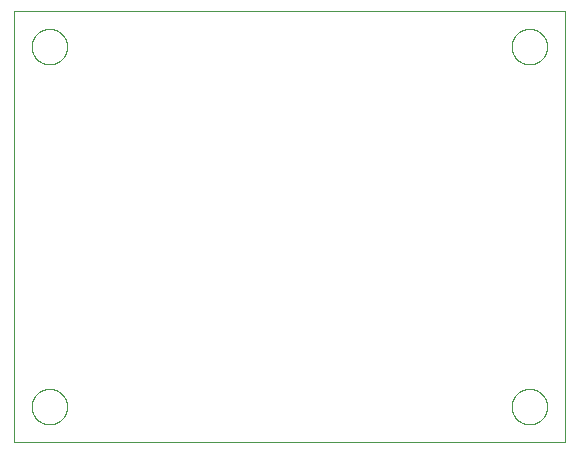
<source format=gbr>
G04 EAGLE Gerber RS-274X export*
G75*
%MOMM*%
%FSLAX34Y34*%
%LPD*%
%IN*%
%IPPOS*%
%AMOC8*
5,1,8,0,0,1.08239X$1,22.5*%
G01*
%ADD10C,0.025400*%
%ADD11C,0.000000*%


D10*
X0Y0D02*
X466400Y0D01*
X466400Y364800D01*
X0Y364800D01*
X0Y0D01*
D11*
X15000Y30000D02*
X15005Y30368D01*
X15018Y30736D01*
X15041Y31103D01*
X15072Y31470D01*
X15113Y31836D01*
X15162Y32201D01*
X15221Y32564D01*
X15288Y32926D01*
X15364Y33287D01*
X15450Y33645D01*
X15543Y34001D01*
X15646Y34354D01*
X15757Y34705D01*
X15877Y35053D01*
X16005Y35398D01*
X16142Y35740D01*
X16287Y36079D01*
X16440Y36413D01*
X16602Y36744D01*
X16771Y37071D01*
X16949Y37393D01*
X17134Y37712D01*
X17327Y38025D01*
X17528Y38334D01*
X17736Y38637D01*
X17952Y38935D01*
X18175Y39228D01*
X18405Y39516D01*
X18642Y39798D01*
X18886Y40073D01*
X19136Y40343D01*
X19393Y40607D01*
X19657Y40864D01*
X19927Y41114D01*
X20202Y41358D01*
X20484Y41595D01*
X20772Y41825D01*
X21065Y42048D01*
X21363Y42264D01*
X21666Y42472D01*
X21975Y42673D01*
X22288Y42866D01*
X22607Y43051D01*
X22929Y43229D01*
X23256Y43398D01*
X23587Y43560D01*
X23921Y43713D01*
X24260Y43858D01*
X24602Y43995D01*
X24947Y44123D01*
X25295Y44243D01*
X25646Y44354D01*
X25999Y44457D01*
X26355Y44550D01*
X26713Y44636D01*
X27074Y44712D01*
X27436Y44779D01*
X27799Y44838D01*
X28164Y44887D01*
X28530Y44928D01*
X28897Y44959D01*
X29264Y44982D01*
X29632Y44995D01*
X30000Y45000D01*
X30368Y44995D01*
X30736Y44982D01*
X31103Y44959D01*
X31470Y44928D01*
X31836Y44887D01*
X32201Y44838D01*
X32564Y44779D01*
X32926Y44712D01*
X33287Y44636D01*
X33645Y44550D01*
X34001Y44457D01*
X34354Y44354D01*
X34705Y44243D01*
X35053Y44123D01*
X35398Y43995D01*
X35740Y43858D01*
X36079Y43713D01*
X36413Y43560D01*
X36744Y43398D01*
X37071Y43229D01*
X37393Y43051D01*
X37712Y42866D01*
X38025Y42673D01*
X38334Y42472D01*
X38637Y42264D01*
X38935Y42048D01*
X39228Y41825D01*
X39516Y41595D01*
X39798Y41358D01*
X40073Y41114D01*
X40343Y40864D01*
X40607Y40607D01*
X40864Y40343D01*
X41114Y40073D01*
X41358Y39798D01*
X41595Y39516D01*
X41825Y39228D01*
X42048Y38935D01*
X42264Y38637D01*
X42472Y38334D01*
X42673Y38025D01*
X42866Y37712D01*
X43051Y37393D01*
X43229Y37071D01*
X43398Y36744D01*
X43560Y36413D01*
X43713Y36079D01*
X43858Y35740D01*
X43995Y35398D01*
X44123Y35053D01*
X44243Y34705D01*
X44354Y34354D01*
X44457Y34001D01*
X44550Y33645D01*
X44636Y33287D01*
X44712Y32926D01*
X44779Y32564D01*
X44838Y32201D01*
X44887Y31836D01*
X44928Y31470D01*
X44959Y31103D01*
X44982Y30736D01*
X44995Y30368D01*
X45000Y30000D01*
X44995Y29632D01*
X44982Y29264D01*
X44959Y28897D01*
X44928Y28530D01*
X44887Y28164D01*
X44838Y27799D01*
X44779Y27436D01*
X44712Y27074D01*
X44636Y26713D01*
X44550Y26355D01*
X44457Y25999D01*
X44354Y25646D01*
X44243Y25295D01*
X44123Y24947D01*
X43995Y24602D01*
X43858Y24260D01*
X43713Y23921D01*
X43560Y23587D01*
X43398Y23256D01*
X43229Y22929D01*
X43051Y22607D01*
X42866Y22288D01*
X42673Y21975D01*
X42472Y21666D01*
X42264Y21363D01*
X42048Y21065D01*
X41825Y20772D01*
X41595Y20484D01*
X41358Y20202D01*
X41114Y19927D01*
X40864Y19657D01*
X40607Y19393D01*
X40343Y19136D01*
X40073Y18886D01*
X39798Y18642D01*
X39516Y18405D01*
X39228Y18175D01*
X38935Y17952D01*
X38637Y17736D01*
X38334Y17528D01*
X38025Y17327D01*
X37712Y17134D01*
X37393Y16949D01*
X37071Y16771D01*
X36744Y16602D01*
X36413Y16440D01*
X36079Y16287D01*
X35740Y16142D01*
X35398Y16005D01*
X35053Y15877D01*
X34705Y15757D01*
X34354Y15646D01*
X34001Y15543D01*
X33645Y15450D01*
X33287Y15364D01*
X32926Y15288D01*
X32564Y15221D01*
X32201Y15162D01*
X31836Y15113D01*
X31470Y15072D01*
X31103Y15041D01*
X30736Y15018D01*
X30368Y15005D01*
X30000Y15000D01*
X29632Y15005D01*
X29264Y15018D01*
X28897Y15041D01*
X28530Y15072D01*
X28164Y15113D01*
X27799Y15162D01*
X27436Y15221D01*
X27074Y15288D01*
X26713Y15364D01*
X26355Y15450D01*
X25999Y15543D01*
X25646Y15646D01*
X25295Y15757D01*
X24947Y15877D01*
X24602Y16005D01*
X24260Y16142D01*
X23921Y16287D01*
X23587Y16440D01*
X23256Y16602D01*
X22929Y16771D01*
X22607Y16949D01*
X22288Y17134D01*
X21975Y17327D01*
X21666Y17528D01*
X21363Y17736D01*
X21065Y17952D01*
X20772Y18175D01*
X20484Y18405D01*
X20202Y18642D01*
X19927Y18886D01*
X19657Y19136D01*
X19393Y19393D01*
X19136Y19657D01*
X18886Y19927D01*
X18642Y20202D01*
X18405Y20484D01*
X18175Y20772D01*
X17952Y21065D01*
X17736Y21363D01*
X17528Y21666D01*
X17327Y21975D01*
X17134Y22288D01*
X16949Y22607D01*
X16771Y22929D01*
X16602Y23256D01*
X16440Y23587D01*
X16287Y23921D01*
X16142Y24260D01*
X16005Y24602D01*
X15877Y24947D01*
X15757Y25295D01*
X15646Y25646D01*
X15543Y25999D01*
X15450Y26355D01*
X15364Y26713D01*
X15288Y27074D01*
X15221Y27436D01*
X15162Y27799D01*
X15113Y28164D01*
X15072Y28530D01*
X15041Y28897D01*
X15018Y29264D01*
X15005Y29632D01*
X15000Y30000D01*
X15000Y334800D02*
X15005Y335168D01*
X15018Y335536D01*
X15041Y335903D01*
X15072Y336270D01*
X15113Y336636D01*
X15162Y337001D01*
X15221Y337364D01*
X15288Y337726D01*
X15364Y338087D01*
X15450Y338445D01*
X15543Y338801D01*
X15646Y339154D01*
X15757Y339505D01*
X15877Y339853D01*
X16005Y340198D01*
X16142Y340540D01*
X16287Y340879D01*
X16440Y341213D01*
X16602Y341544D01*
X16771Y341871D01*
X16949Y342193D01*
X17134Y342512D01*
X17327Y342825D01*
X17528Y343134D01*
X17736Y343437D01*
X17952Y343735D01*
X18175Y344028D01*
X18405Y344316D01*
X18642Y344598D01*
X18886Y344873D01*
X19136Y345143D01*
X19393Y345407D01*
X19657Y345664D01*
X19927Y345914D01*
X20202Y346158D01*
X20484Y346395D01*
X20772Y346625D01*
X21065Y346848D01*
X21363Y347064D01*
X21666Y347272D01*
X21975Y347473D01*
X22288Y347666D01*
X22607Y347851D01*
X22929Y348029D01*
X23256Y348198D01*
X23587Y348360D01*
X23921Y348513D01*
X24260Y348658D01*
X24602Y348795D01*
X24947Y348923D01*
X25295Y349043D01*
X25646Y349154D01*
X25999Y349257D01*
X26355Y349350D01*
X26713Y349436D01*
X27074Y349512D01*
X27436Y349579D01*
X27799Y349638D01*
X28164Y349687D01*
X28530Y349728D01*
X28897Y349759D01*
X29264Y349782D01*
X29632Y349795D01*
X30000Y349800D01*
X30368Y349795D01*
X30736Y349782D01*
X31103Y349759D01*
X31470Y349728D01*
X31836Y349687D01*
X32201Y349638D01*
X32564Y349579D01*
X32926Y349512D01*
X33287Y349436D01*
X33645Y349350D01*
X34001Y349257D01*
X34354Y349154D01*
X34705Y349043D01*
X35053Y348923D01*
X35398Y348795D01*
X35740Y348658D01*
X36079Y348513D01*
X36413Y348360D01*
X36744Y348198D01*
X37071Y348029D01*
X37393Y347851D01*
X37712Y347666D01*
X38025Y347473D01*
X38334Y347272D01*
X38637Y347064D01*
X38935Y346848D01*
X39228Y346625D01*
X39516Y346395D01*
X39798Y346158D01*
X40073Y345914D01*
X40343Y345664D01*
X40607Y345407D01*
X40864Y345143D01*
X41114Y344873D01*
X41358Y344598D01*
X41595Y344316D01*
X41825Y344028D01*
X42048Y343735D01*
X42264Y343437D01*
X42472Y343134D01*
X42673Y342825D01*
X42866Y342512D01*
X43051Y342193D01*
X43229Y341871D01*
X43398Y341544D01*
X43560Y341213D01*
X43713Y340879D01*
X43858Y340540D01*
X43995Y340198D01*
X44123Y339853D01*
X44243Y339505D01*
X44354Y339154D01*
X44457Y338801D01*
X44550Y338445D01*
X44636Y338087D01*
X44712Y337726D01*
X44779Y337364D01*
X44838Y337001D01*
X44887Y336636D01*
X44928Y336270D01*
X44959Y335903D01*
X44982Y335536D01*
X44995Y335168D01*
X45000Y334800D01*
X44995Y334432D01*
X44982Y334064D01*
X44959Y333697D01*
X44928Y333330D01*
X44887Y332964D01*
X44838Y332599D01*
X44779Y332236D01*
X44712Y331874D01*
X44636Y331513D01*
X44550Y331155D01*
X44457Y330799D01*
X44354Y330446D01*
X44243Y330095D01*
X44123Y329747D01*
X43995Y329402D01*
X43858Y329060D01*
X43713Y328721D01*
X43560Y328387D01*
X43398Y328056D01*
X43229Y327729D01*
X43051Y327407D01*
X42866Y327088D01*
X42673Y326775D01*
X42472Y326466D01*
X42264Y326163D01*
X42048Y325865D01*
X41825Y325572D01*
X41595Y325284D01*
X41358Y325002D01*
X41114Y324727D01*
X40864Y324457D01*
X40607Y324193D01*
X40343Y323936D01*
X40073Y323686D01*
X39798Y323442D01*
X39516Y323205D01*
X39228Y322975D01*
X38935Y322752D01*
X38637Y322536D01*
X38334Y322328D01*
X38025Y322127D01*
X37712Y321934D01*
X37393Y321749D01*
X37071Y321571D01*
X36744Y321402D01*
X36413Y321240D01*
X36079Y321087D01*
X35740Y320942D01*
X35398Y320805D01*
X35053Y320677D01*
X34705Y320557D01*
X34354Y320446D01*
X34001Y320343D01*
X33645Y320250D01*
X33287Y320164D01*
X32926Y320088D01*
X32564Y320021D01*
X32201Y319962D01*
X31836Y319913D01*
X31470Y319872D01*
X31103Y319841D01*
X30736Y319818D01*
X30368Y319805D01*
X30000Y319800D01*
X29632Y319805D01*
X29264Y319818D01*
X28897Y319841D01*
X28530Y319872D01*
X28164Y319913D01*
X27799Y319962D01*
X27436Y320021D01*
X27074Y320088D01*
X26713Y320164D01*
X26355Y320250D01*
X25999Y320343D01*
X25646Y320446D01*
X25295Y320557D01*
X24947Y320677D01*
X24602Y320805D01*
X24260Y320942D01*
X23921Y321087D01*
X23587Y321240D01*
X23256Y321402D01*
X22929Y321571D01*
X22607Y321749D01*
X22288Y321934D01*
X21975Y322127D01*
X21666Y322328D01*
X21363Y322536D01*
X21065Y322752D01*
X20772Y322975D01*
X20484Y323205D01*
X20202Y323442D01*
X19927Y323686D01*
X19657Y323936D01*
X19393Y324193D01*
X19136Y324457D01*
X18886Y324727D01*
X18642Y325002D01*
X18405Y325284D01*
X18175Y325572D01*
X17952Y325865D01*
X17736Y326163D01*
X17528Y326466D01*
X17327Y326775D01*
X17134Y327088D01*
X16949Y327407D01*
X16771Y327729D01*
X16602Y328056D01*
X16440Y328387D01*
X16287Y328721D01*
X16142Y329060D01*
X16005Y329402D01*
X15877Y329747D01*
X15757Y330095D01*
X15646Y330446D01*
X15543Y330799D01*
X15450Y331155D01*
X15364Y331513D01*
X15288Y331874D01*
X15221Y332236D01*
X15162Y332599D01*
X15113Y332964D01*
X15072Y333330D01*
X15041Y333697D01*
X15018Y334064D01*
X15005Y334432D01*
X15000Y334800D01*
X421400Y334800D02*
X421405Y335168D01*
X421418Y335536D01*
X421441Y335903D01*
X421472Y336270D01*
X421513Y336636D01*
X421562Y337001D01*
X421621Y337364D01*
X421688Y337726D01*
X421764Y338087D01*
X421850Y338445D01*
X421943Y338801D01*
X422046Y339154D01*
X422157Y339505D01*
X422277Y339853D01*
X422405Y340198D01*
X422542Y340540D01*
X422687Y340879D01*
X422840Y341213D01*
X423002Y341544D01*
X423171Y341871D01*
X423349Y342193D01*
X423534Y342512D01*
X423727Y342825D01*
X423928Y343134D01*
X424136Y343437D01*
X424352Y343735D01*
X424575Y344028D01*
X424805Y344316D01*
X425042Y344598D01*
X425286Y344873D01*
X425536Y345143D01*
X425793Y345407D01*
X426057Y345664D01*
X426327Y345914D01*
X426602Y346158D01*
X426884Y346395D01*
X427172Y346625D01*
X427465Y346848D01*
X427763Y347064D01*
X428066Y347272D01*
X428375Y347473D01*
X428688Y347666D01*
X429007Y347851D01*
X429329Y348029D01*
X429656Y348198D01*
X429987Y348360D01*
X430321Y348513D01*
X430660Y348658D01*
X431002Y348795D01*
X431347Y348923D01*
X431695Y349043D01*
X432046Y349154D01*
X432399Y349257D01*
X432755Y349350D01*
X433113Y349436D01*
X433474Y349512D01*
X433836Y349579D01*
X434199Y349638D01*
X434564Y349687D01*
X434930Y349728D01*
X435297Y349759D01*
X435664Y349782D01*
X436032Y349795D01*
X436400Y349800D01*
X436768Y349795D01*
X437136Y349782D01*
X437503Y349759D01*
X437870Y349728D01*
X438236Y349687D01*
X438601Y349638D01*
X438964Y349579D01*
X439326Y349512D01*
X439687Y349436D01*
X440045Y349350D01*
X440401Y349257D01*
X440754Y349154D01*
X441105Y349043D01*
X441453Y348923D01*
X441798Y348795D01*
X442140Y348658D01*
X442479Y348513D01*
X442813Y348360D01*
X443144Y348198D01*
X443471Y348029D01*
X443793Y347851D01*
X444112Y347666D01*
X444425Y347473D01*
X444734Y347272D01*
X445037Y347064D01*
X445335Y346848D01*
X445628Y346625D01*
X445916Y346395D01*
X446198Y346158D01*
X446473Y345914D01*
X446743Y345664D01*
X447007Y345407D01*
X447264Y345143D01*
X447514Y344873D01*
X447758Y344598D01*
X447995Y344316D01*
X448225Y344028D01*
X448448Y343735D01*
X448664Y343437D01*
X448872Y343134D01*
X449073Y342825D01*
X449266Y342512D01*
X449451Y342193D01*
X449629Y341871D01*
X449798Y341544D01*
X449960Y341213D01*
X450113Y340879D01*
X450258Y340540D01*
X450395Y340198D01*
X450523Y339853D01*
X450643Y339505D01*
X450754Y339154D01*
X450857Y338801D01*
X450950Y338445D01*
X451036Y338087D01*
X451112Y337726D01*
X451179Y337364D01*
X451238Y337001D01*
X451287Y336636D01*
X451328Y336270D01*
X451359Y335903D01*
X451382Y335536D01*
X451395Y335168D01*
X451400Y334800D01*
X451395Y334432D01*
X451382Y334064D01*
X451359Y333697D01*
X451328Y333330D01*
X451287Y332964D01*
X451238Y332599D01*
X451179Y332236D01*
X451112Y331874D01*
X451036Y331513D01*
X450950Y331155D01*
X450857Y330799D01*
X450754Y330446D01*
X450643Y330095D01*
X450523Y329747D01*
X450395Y329402D01*
X450258Y329060D01*
X450113Y328721D01*
X449960Y328387D01*
X449798Y328056D01*
X449629Y327729D01*
X449451Y327407D01*
X449266Y327088D01*
X449073Y326775D01*
X448872Y326466D01*
X448664Y326163D01*
X448448Y325865D01*
X448225Y325572D01*
X447995Y325284D01*
X447758Y325002D01*
X447514Y324727D01*
X447264Y324457D01*
X447007Y324193D01*
X446743Y323936D01*
X446473Y323686D01*
X446198Y323442D01*
X445916Y323205D01*
X445628Y322975D01*
X445335Y322752D01*
X445037Y322536D01*
X444734Y322328D01*
X444425Y322127D01*
X444112Y321934D01*
X443793Y321749D01*
X443471Y321571D01*
X443144Y321402D01*
X442813Y321240D01*
X442479Y321087D01*
X442140Y320942D01*
X441798Y320805D01*
X441453Y320677D01*
X441105Y320557D01*
X440754Y320446D01*
X440401Y320343D01*
X440045Y320250D01*
X439687Y320164D01*
X439326Y320088D01*
X438964Y320021D01*
X438601Y319962D01*
X438236Y319913D01*
X437870Y319872D01*
X437503Y319841D01*
X437136Y319818D01*
X436768Y319805D01*
X436400Y319800D01*
X436032Y319805D01*
X435664Y319818D01*
X435297Y319841D01*
X434930Y319872D01*
X434564Y319913D01*
X434199Y319962D01*
X433836Y320021D01*
X433474Y320088D01*
X433113Y320164D01*
X432755Y320250D01*
X432399Y320343D01*
X432046Y320446D01*
X431695Y320557D01*
X431347Y320677D01*
X431002Y320805D01*
X430660Y320942D01*
X430321Y321087D01*
X429987Y321240D01*
X429656Y321402D01*
X429329Y321571D01*
X429007Y321749D01*
X428688Y321934D01*
X428375Y322127D01*
X428066Y322328D01*
X427763Y322536D01*
X427465Y322752D01*
X427172Y322975D01*
X426884Y323205D01*
X426602Y323442D01*
X426327Y323686D01*
X426057Y323936D01*
X425793Y324193D01*
X425536Y324457D01*
X425286Y324727D01*
X425042Y325002D01*
X424805Y325284D01*
X424575Y325572D01*
X424352Y325865D01*
X424136Y326163D01*
X423928Y326466D01*
X423727Y326775D01*
X423534Y327088D01*
X423349Y327407D01*
X423171Y327729D01*
X423002Y328056D01*
X422840Y328387D01*
X422687Y328721D01*
X422542Y329060D01*
X422405Y329402D01*
X422277Y329747D01*
X422157Y330095D01*
X422046Y330446D01*
X421943Y330799D01*
X421850Y331155D01*
X421764Y331513D01*
X421688Y331874D01*
X421621Y332236D01*
X421562Y332599D01*
X421513Y332964D01*
X421472Y333330D01*
X421441Y333697D01*
X421418Y334064D01*
X421405Y334432D01*
X421400Y334800D01*
X421400Y30000D02*
X421405Y30368D01*
X421418Y30736D01*
X421441Y31103D01*
X421472Y31470D01*
X421513Y31836D01*
X421562Y32201D01*
X421621Y32564D01*
X421688Y32926D01*
X421764Y33287D01*
X421850Y33645D01*
X421943Y34001D01*
X422046Y34354D01*
X422157Y34705D01*
X422277Y35053D01*
X422405Y35398D01*
X422542Y35740D01*
X422687Y36079D01*
X422840Y36413D01*
X423002Y36744D01*
X423171Y37071D01*
X423349Y37393D01*
X423534Y37712D01*
X423727Y38025D01*
X423928Y38334D01*
X424136Y38637D01*
X424352Y38935D01*
X424575Y39228D01*
X424805Y39516D01*
X425042Y39798D01*
X425286Y40073D01*
X425536Y40343D01*
X425793Y40607D01*
X426057Y40864D01*
X426327Y41114D01*
X426602Y41358D01*
X426884Y41595D01*
X427172Y41825D01*
X427465Y42048D01*
X427763Y42264D01*
X428066Y42472D01*
X428375Y42673D01*
X428688Y42866D01*
X429007Y43051D01*
X429329Y43229D01*
X429656Y43398D01*
X429987Y43560D01*
X430321Y43713D01*
X430660Y43858D01*
X431002Y43995D01*
X431347Y44123D01*
X431695Y44243D01*
X432046Y44354D01*
X432399Y44457D01*
X432755Y44550D01*
X433113Y44636D01*
X433474Y44712D01*
X433836Y44779D01*
X434199Y44838D01*
X434564Y44887D01*
X434930Y44928D01*
X435297Y44959D01*
X435664Y44982D01*
X436032Y44995D01*
X436400Y45000D01*
X436768Y44995D01*
X437136Y44982D01*
X437503Y44959D01*
X437870Y44928D01*
X438236Y44887D01*
X438601Y44838D01*
X438964Y44779D01*
X439326Y44712D01*
X439687Y44636D01*
X440045Y44550D01*
X440401Y44457D01*
X440754Y44354D01*
X441105Y44243D01*
X441453Y44123D01*
X441798Y43995D01*
X442140Y43858D01*
X442479Y43713D01*
X442813Y43560D01*
X443144Y43398D01*
X443471Y43229D01*
X443793Y43051D01*
X444112Y42866D01*
X444425Y42673D01*
X444734Y42472D01*
X445037Y42264D01*
X445335Y42048D01*
X445628Y41825D01*
X445916Y41595D01*
X446198Y41358D01*
X446473Y41114D01*
X446743Y40864D01*
X447007Y40607D01*
X447264Y40343D01*
X447514Y40073D01*
X447758Y39798D01*
X447995Y39516D01*
X448225Y39228D01*
X448448Y38935D01*
X448664Y38637D01*
X448872Y38334D01*
X449073Y38025D01*
X449266Y37712D01*
X449451Y37393D01*
X449629Y37071D01*
X449798Y36744D01*
X449960Y36413D01*
X450113Y36079D01*
X450258Y35740D01*
X450395Y35398D01*
X450523Y35053D01*
X450643Y34705D01*
X450754Y34354D01*
X450857Y34001D01*
X450950Y33645D01*
X451036Y33287D01*
X451112Y32926D01*
X451179Y32564D01*
X451238Y32201D01*
X451287Y31836D01*
X451328Y31470D01*
X451359Y31103D01*
X451382Y30736D01*
X451395Y30368D01*
X451400Y30000D01*
X451395Y29632D01*
X451382Y29264D01*
X451359Y28897D01*
X451328Y28530D01*
X451287Y28164D01*
X451238Y27799D01*
X451179Y27436D01*
X451112Y27074D01*
X451036Y26713D01*
X450950Y26355D01*
X450857Y25999D01*
X450754Y25646D01*
X450643Y25295D01*
X450523Y24947D01*
X450395Y24602D01*
X450258Y24260D01*
X450113Y23921D01*
X449960Y23587D01*
X449798Y23256D01*
X449629Y22929D01*
X449451Y22607D01*
X449266Y22288D01*
X449073Y21975D01*
X448872Y21666D01*
X448664Y21363D01*
X448448Y21065D01*
X448225Y20772D01*
X447995Y20484D01*
X447758Y20202D01*
X447514Y19927D01*
X447264Y19657D01*
X447007Y19393D01*
X446743Y19136D01*
X446473Y18886D01*
X446198Y18642D01*
X445916Y18405D01*
X445628Y18175D01*
X445335Y17952D01*
X445037Y17736D01*
X444734Y17528D01*
X444425Y17327D01*
X444112Y17134D01*
X443793Y16949D01*
X443471Y16771D01*
X443144Y16602D01*
X442813Y16440D01*
X442479Y16287D01*
X442140Y16142D01*
X441798Y16005D01*
X441453Y15877D01*
X441105Y15757D01*
X440754Y15646D01*
X440401Y15543D01*
X440045Y15450D01*
X439687Y15364D01*
X439326Y15288D01*
X438964Y15221D01*
X438601Y15162D01*
X438236Y15113D01*
X437870Y15072D01*
X437503Y15041D01*
X437136Y15018D01*
X436768Y15005D01*
X436400Y15000D01*
X436032Y15005D01*
X435664Y15018D01*
X435297Y15041D01*
X434930Y15072D01*
X434564Y15113D01*
X434199Y15162D01*
X433836Y15221D01*
X433474Y15288D01*
X433113Y15364D01*
X432755Y15450D01*
X432399Y15543D01*
X432046Y15646D01*
X431695Y15757D01*
X431347Y15877D01*
X431002Y16005D01*
X430660Y16142D01*
X430321Y16287D01*
X429987Y16440D01*
X429656Y16602D01*
X429329Y16771D01*
X429007Y16949D01*
X428688Y17134D01*
X428375Y17327D01*
X428066Y17528D01*
X427763Y17736D01*
X427465Y17952D01*
X427172Y18175D01*
X426884Y18405D01*
X426602Y18642D01*
X426327Y18886D01*
X426057Y19136D01*
X425793Y19393D01*
X425536Y19657D01*
X425286Y19927D01*
X425042Y20202D01*
X424805Y20484D01*
X424575Y20772D01*
X424352Y21065D01*
X424136Y21363D01*
X423928Y21666D01*
X423727Y21975D01*
X423534Y22288D01*
X423349Y22607D01*
X423171Y22929D01*
X423002Y23256D01*
X422840Y23587D01*
X422687Y23921D01*
X422542Y24260D01*
X422405Y24602D01*
X422277Y24947D01*
X422157Y25295D01*
X422046Y25646D01*
X421943Y25999D01*
X421850Y26355D01*
X421764Y26713D01*
X421688Y27074D01*
X421621Y27436D01*
X421562Y27799D01*
X421513Y28164D01*
X421472Y28530D01*
X421441Y28897D01*
X421418Y29264D01*
X421405Y29632D01*
X421400Y30000D01*
M02*

</source>
